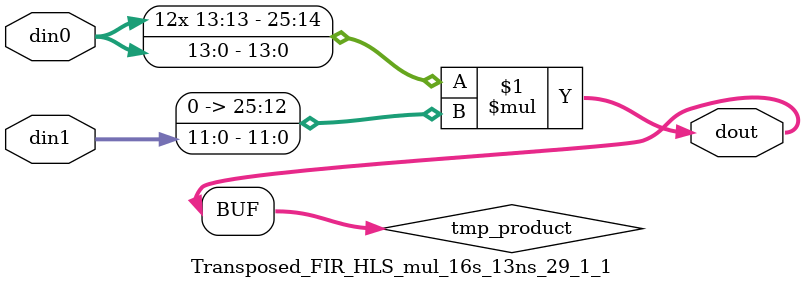
<source format=v>

`timescale 1 ns / 1 ps

 module Transposed_FIR_HLS_mul_16s_13ns_29_1_1(din0, din1, dout);
parameter ID = 1;
parameter NUM_STAGE = 0;
parameter din0_WIDTH = 14;
parameter din1_WIDTH = 12;
parameter dout_WIDTH = 26;

input [din0_WIDTH - 1 : 0] din0; 
input [din1_WIDTH - 1 : 0] din1; 
output [dout_WIDTH - 1 : 0] dout;

wire signed [dout_WIDTH - 1 : 0] tmp_product;


























assign tmp_product = $signed(din0) * $signed({1'b0, din1});









assign dout = tmp_product;





















endmodule

</source>
